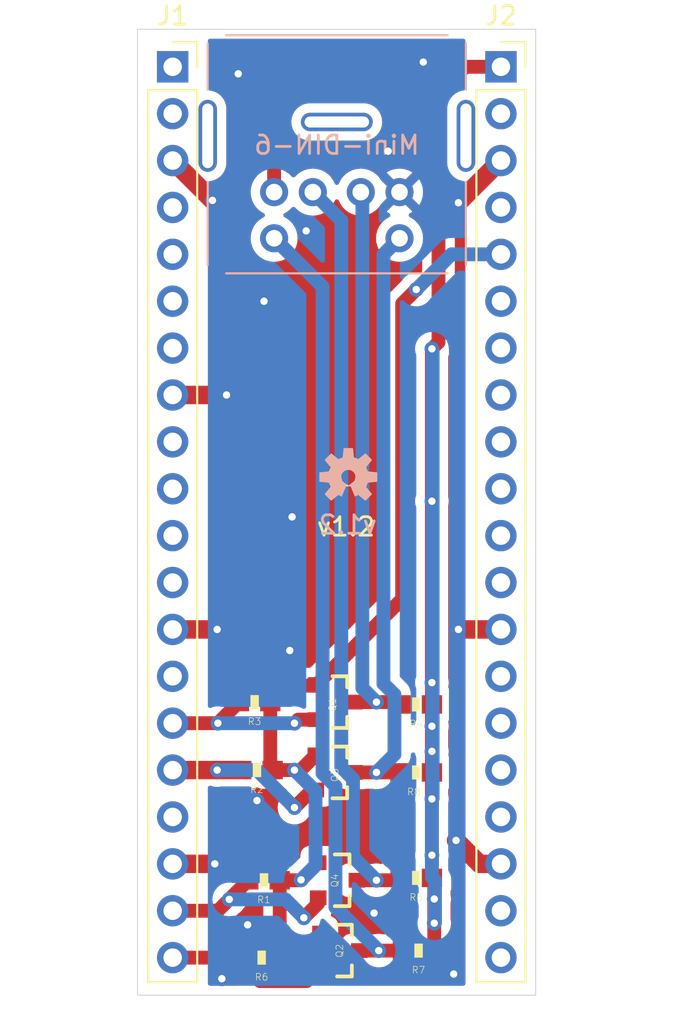
<source format=kicad_pcb>
(kicad_pcb (version 20211014) (generator pcbnew)
  (layers (0 "F.Cu" signal) (31 "B.Cu" signal) (34 "B.Paste" user) (35 "F.Paste" user) (36 "B.SilkS" user "B.Silkscreen") (37 "F.SilkS" user "F.Silkscreen") (38 "B.Mask" user) (39 "F.Mask" user) (44 "Edge.Cuts" user))
  (net 0 "")
  (net 1 "/LV4")
  (net 2 "/LV3")
  (net 3 "/GND")
  (net 4 "LV")
  (net 5 "/LV2")
  (net 6 "/LV1")
  (net 7 "/HV1")
  (net 8 "/HV2")
  (net 9 "/HV3")
  (net 10 "/HV4")
  (net 37 "HV")
  (footprint "Connector_PinSocket_2.54mm:PinSocket_1x20_P2.54mm_Vertical" (layer "F.Cu") (at 99.949 80.01)
    (fp_text reference "J1" (at 0 -2.77) (layer "F.SilkS"))
    (fp_text value "Conn_01x20_Female_left")
    (fp_line (start 1.33 1.27) (end 1.33 49.59) (layer "F.SilkS") (width 0.12))
    (fp_line (start 1.33 -1.33) (end 1.33 0) (layer "F.SilkS") (width 0.12))
    (fp_line (start -1.33 1.27) (end 1.33 1.27) (layer "F.SilkS") (width 0.12))
    (fp_line (start -1.33 49.59) (end 1.33 49.59) (layer "F.SilkS") (width 0.12))
    (fp_line (start 0 -1.33) (end 1.33 -1.33) (layer "F.SilkS") (width 0.12))
    (fp_line (start -1.33 1.27) (end -1.33 49.59) (layer "F.SilkS") (width 0.12))
    (pad "1" thru_hole rect (at 0 0) (size 1.7 1.7) (drill 1) (layers *.Cu *.Mask))
    (pad "2" thru_hole oval (at 0 2.54) (size 1.7 1.7) (drill 1) (layers *.Cu *.Mask))
    (pad "3" thru_hole oval (at 0 5.08) (size 1.7 1.7) (drill 1) (layers *.Cu *.Mask) (net 3 "/GND"))
    (pad "4" thru_hole oval (at 0 7.62) (size 1.7 1.7) (drill 1) (layers *.Cu *.Mask))
    (pad "5" thru_hole oval (at 0 10.16) (size 1.7 1.7) (drill 1) (layers *.Cu *.Mask))
    (pad "6" thru_hole oval (at 0 12.7) (size 1.7 1.7) (drill 1) (layers *.Cu *.Mask))
    (pad "7" thru_hole oval (at 0 15.24) (size 1.7 1.7) (drill 1) (layers *.Cu *.Mask))
    (pad "8" thru_hole oval (at 0 17.78) (size 1.7 1.7) (drill 1) (layers *.Cu *.Mask) (net 3 "/GND"))
    (pad "9" thru_hole oval (at 0 20.32) (size 1.7 1.7) (drill 1) (layers *.Cu *.Mask))
    (pad "10" thru_hole oval (at 0 22.86) (size 1.7 1.7) (drill 1) (layers *.Cu *.Mask))
    (pad "11" thru_hole oval (at 0 25.4) (size 1.7 1.7) (drill 1) (layers *.Cu *.Mask))
    (pad "12" thru_hole oval (at 0 27.94) (size 1.7 1.7) (drill 1) (layers *.Cu *.Mask))
    (pad "13" thru_hole oval (at 0 30.48) (size 1.7 1.7) (drill 1) (layers *.Cu *.Mask) (net 3 "/GND"))
    (pad "14" thru_hole oval (at 0 33.02) (size 1.7 1.7) (drill 1) (layers *.Cu *.Mask))
    (pad "15" thru_hole oval (at 0 35.56) (size 1.7 1.7) (drill 1) (layers *.Cu *.Mask) (net 6 "/LV1"))
    (pad "16" thru_hole oval (at 0 38.1) (size 1.7 1.7) (drill 1) (layers *.Cu *.Mask) (net 5 "/LV2"))
    (pad "17" thru_hole oval (at 0 40.64) (size 1.7 1.7) (drill 1) (layers *.Cu *.Mask))
    (pad "18" thru_hole oval (at 0 43.18) (size 1.7 1.7) (drill 1) (layers *.Cu *.Mask) (net 3 "/GND"))
    (pad "19" thru_hole oval (at 0 45.72) (size 1.7 1.7) (drill 1) (layers *.Cu *.Mask) (net 2 "/LV3"))
    (pad "20" thru_hole oval (at 0 48.26) (size 1.7 1.7) (drill 1) (layers *.Cu *.Mask) (net 1 "/LV4"))
  )
  (footprint "Logic_Level_Bidirectional:0603-RES" (layer "F.Cu") (at 113.284 127.889 180)
    (fp_text reference "R7" (at -0.381 -1.27) (layer "F.SilkS") (effects (font (size 0.373888 0.373888) (thickness 0.032512)) (justify right bottom)))
    (fp_text value "10K")
    (fp_poly (pts (xy -0.2286 0.381) (xy 0.2286 0.381) (xy 0.2286 -0.381) (xy -0.2286 -0.381)) (layer "F.SilkS") (width 0) (fill solid))
    (pad "1" smd rect (at -0.85 0 180) (size 1.1 1) (layers "F.Cu" "F.Paste" "F.Mask") (net 37 "HV"))
    (pad "2" smd rect (at 0.85 0 180) (size 1.1 1) (layers "F.Cu" "F.Paste" "F.Mask") (net 10 "/HV4"))
  )
  (footprint "Logic_Level_Bidirectional:0603-RES" (layer "F.Cu") (at 104.775 128.27 180)
    (fp_text reference "R6" (at -0.381 -1.27) (layer "F.SilkS") (effects (font (size 0.373888 0.373888) (thickness 0.032512)) (justify right bottom)))
    (fp_text value "10K")
    (fp_poly (pts (xy -0.2286 0.381) (xy 0.2286 0.381) (xy 0.2286 -0.381) (xy -0.2286 -0.381)) (layer "F.SilkS") (width 0) (fill solid))
    (pad "1" smd rect (at -0.85 0 180) (size 1.1 1) (layers "F.Cu" "F.Paste" "F.Mask") (net 4 "LV"))
    (pad "2" smd rect (at 0.85 0 180) (size 1.1 1) (layers "F.Cu" "F.Paste" "F.Mask") (net 1 "/LV4"))
  )
  (footprint "Logic_Level_Bidirectional:0603-RES" (layer "F.Cu") (at 104.902 124.079 180)
    (fp_text reference "R1" (at -0.381 -1.27) (layer "F.SilkS") (effects (font (size 0.373888 0.373888) (thickness 0.032512)) (justify right bottom)))
    (fp_text value "10K")
    (fp_poly (pts (xy -0.2286 0.381) (xy 0.2286 0.381) (xy 0.2286 -0.381) (xy -0.2286 -0.381)) (layer "F.SilkS") (width 0) (fill solid))
    (pad "1" smd rect (at -0.85 0 180) (size 1.1 1) (layers "F.Cu" "F.Paste" "F.Mask") (net 4 "LV"))
    (pad "2" smd rect (at 0.85 0 180) (size 1.1 1) (layers "F.Cu" "F.Paste" "F.Mask") (net 2 "/LV3"))
  )
  (footprint "Logic_Level_Bidirectional:SOT23-3" (layer "F.Cu") (at 108.839 124.079 -90)
    (fp_text reference "Q4" (at -0.381 -0.127 90) (layer "F.SilkS") (effects (font (size 0.373888 0.373888) (thickness 0.032512)) (justify right bottom)))
    (fp_text value "BSS138")
    (fp_line (start 1.4 -0.7) (end 1.4 0.1) (layer "F.SilkS") (width 0.2032))
    (fp_line (start 0.8 -0.7) (end 1.4 -0.7) (layer "F.SilkS") (width 0.2032))
    (fp_line (start -1.4 -0.7) (end -1.4 0.1) (layer "F.SilkS") (width 0.2032))
    (fp_line (start -0.8 -0.7) (end -1.4 -0.7) (layer "F.SilkS") (width 0.2032))
    (pad "1" smd rect (at -0.95 1 270) (size 0.8 0.9) (layers "F.Cu" "F.Paste" "F.Mask") (net 4 "LV"))
    (pad "2" smd rect (at 0.95 1 270) (size 0.8 0.9) (layers "F.Cu" "F.Paste" "F.Mask") (net 2 "/LV3"))
    (pad "3" smd rect (at 0 -1.1 270) (size 0.8 0.9) (layers "F.Cu" "F.Paste" "F.Mask") (net 9 "/HV3"))
  )
  (footprint "Logic_Level_Bidirectional:SOT23-3" (layer "F.Cu") (at 108.712 114.427 -90)
    (fp_text reference "Q1" (at -0.254 -0.127 90) (layer "F.SilkS") (effects (font (size 0.373888 0.373888) (thickness 0.032512)) (justify right bottom)))
    (fp_text value "BSS138")
    (fp_line (start -1.4 -0.7) (end -1.4 0.1) (layer "F.SilkS") (width 0.2032))
    (fp_line (start 1.4 -0.7) (end 1.4 0.1) (layer "F.SilkS") (width 0.2032))
    (fp_line (start -0.8 -0.7) (end -1.4 -0.7) (layer "F.SilkS") (width 0.2032))
    (fp_line (start 0.8 -0.7) (end 1.4 -0.7) (layer "F.SilkS") (width 0.2032))
    (pad "1" smd rect (at -0.95 1 270) (size 0.8 0.9) (layers "F.Cu" "F.Paste" "F.Mask") (net 4 "LV"))
    (pad "2" smd rect (at 0.95 1 270) (size 0.8 0.9) (layers "F.Cu" "F.Paste" "F.Mask") (net 6 "/LV1"))
    (pad "3" smd rect (at 0 -1.1 270) (size 0.8 0.9) (layers "F.Cu" "F.Paste" "F.Mask") (net 7 "/HV1"))
  )
  (footprint "Logic_Level_Bidirectional:SOT23-3" (layer "F.Cu") (at 108.712 118.237 -90)
    (fp_text reference "Q3" (at -0.254 -0.254 90) (layer "F.SilkS") (effects (font (size 0.373888 0.373888) (thickness 0.032512)) (justify right bottom)))
    (fp_text value "BSS138")
    (fp_line (start -0.8 -0.7) (end -1.4 -0.7) (layer "F.SilkS") (width 0.2032))
    (fp_line (start 1.4 -0.7) (end 1.4 0.1) (layer "F.SilkS") (width 0.2032))
    (fp_line (start -1.4 -0.7) (end -1.4 0.1) (layer "F.SilkS") (width 0.2032))
    (fp_line (start 0.8 -0.7) (end 1.4 -0.7) (layer "F.SilkS") (width 0.2032))
    (pad "1" smd rect (at -0.95 1 270) (size 0.8 0.9) (layers "F.Cu" "F.Paste" "F.Mask") (net 4 "LV"))
    (pad "2" smd rect (at 0.95 1 270) (size 0.8 0.9) (layers "F.Cu" "F.Paste" "F.Mask") (net 5 "/LV2"))
    (pad "3" smd rect (at 0 -1.1 270) (size 0.8 0.9) (layers "F.Cu" "F.Paste" "F.Mask") (net 8 "/HV2"))
  )
  (footprint "Logic_Level_Bidirectional:0603-RES" (layer "F.Cu") (at 113.157 114.554 180)
    (fp_text reference "R4" (at -0.381 -1.27) (layer "F.SilkS") (effects (font (size 0.373888 0.373888) (thickness 0.032512)) (justify right bottom)))
    (fp_text value "10K")
    (fp_poly (pts (xy -0.2286 0.381) (xy 0.2286 0.381) (xy 0.2286 -0.381) (xy -0.2286 -0.381)) (layer "F.SilkS") (width 0) (fill solid))
    (pad "1" smd rect (at -0.85 0 180) (size 1.1 1) (layers "F.Cu" "F.Paste" "F.Mask") (net 37 "HV"))
    (pad "2" smd rect (at 0.85 0 180) (size 1.1 1) (layers "F.Cu" "F.Paste" "F.Mask") (net 7 "/HV1"))
  )
  (footprint "Logic_Level_Bidirectional:OSHW-LOGO-S" (layer "F.Cu") (at 109.474 102.235)
    (fp_text reference "LOGO2" hide)
    (fp_text value "OSHW-LOGOS")
    (fp_poly (pts (xy 0.301647 -1.061351) (xy 0.42347 -1.022344) (xy 0.537177 -0.963769) (xy 0.92862 -1.282946) (xy 1.282946 -0.92862) (xy 0.961035 -0.533823) (xy 1.057046 -0.302084) (xy 1.5638 -0.250561) (xy 1.5638 0.250561) (xy 1.057046 0.302084) (xy 0.961035 0.533823) (xy 1.282946 0.92862) (xy 0.92862 1.282946) (xy 0.537177 0.96377) (xy 0.356601 1.056794) (xy 0.088679 0.410073) (xy 0.326262 0.2176) (xy 0.373649 0.121468) (xy 0.392729 0.010339) (xy 0.379464 -0.101634) (xy 0.334947 -0.205229) (xy 0.262842 -0.291918) (xy 0.169087 -0.354561) (xy 0.061406 -0.387999) (xy -0.051342 -0.38948) (xy -0.159868 -0.358881) (xy -0.255234 -0.298724) (xy -0.329589 -0.213962) (xy -0.376813 -0.111569) (xy -0.392176 -0.005767) (xy -0.322923 0.222565) (xy -0.249312 0.303773) (xy 0.091677 0.5081) (xy -0.12929 0.5081) (xy -0.355332 1.053732) (xy -0.506597 0.983577) (xy -0.538922 0.965192) (xy -0.92862 1.282946) (xy -1.282946 0.92862) (xy -0.961035 0.533823) (xy -1.057046 0.302084) (xy -1.5638 0.250561) (xy -1.5638 -0.250561) (xy -1.057046 -0.302084) (xy -0.961035 -0.533823) (xy -1.282946 -0.92862) (xy -0.92862 -1.282946) (xy -0.533823 -0.961035) (xy -0.302084 -1.057046) (xy -0.250561 -1.5638) (xy 0.250561 -1.5638)) (layer "F.SilkS") (width 0) (fill solid))
  )
  (footprint "Logic_Level_Bidirectional:0603-RES" (layer "F.Cu") (at 104.521 118.11 180)
    (fp_text reference "R2" (at -0.381 -1.27) (layer "F.SilkS") (effects (font (size 0.373888 0.373888) (thickness 0.032512)) (justify right bottom)))
    (fp_text value "10K")
    (fp_poly (pts (xy -0.2286 0.381) (xy 0.2286 0.381) (xy 0.2286 -0.381) (xy -0.2286 -0.381)) (layer "F.SilkS") (width 0) (fill solid))
    (pad "1" smd rect (at -0.85 0 180) (size 1.1 1) (layers "F.Cu" "F.Paste" "F.Mask") (net 4 "LV"))
    (pad "2" smd rect (at 0.85 0 180) (size 1.1 1) (layers "F.Cu" "F.Paste" "F.Mask") (net 5 "/LV2"))
  )
  (footprint "Logic_Level_Bidirectional:SOT23-3" (layer "F.Cu") (at 108.966 127.889 -90)
    (fp_text reference "Q2" (at -0.381 -0.254 90) (layer "F.SilkS") (effects (font (size 0.373888 0.373888) (thickness 0.032512)) (justify right bottom)))
    (fp_text value "BSS138")
    (fp_line (start -1.4 -0.7) (end -1.4 0.1) (layer "F.SilkS") (width 0.2032))
    (fp_line (start 0.8 -0.7) (end 1.4 -0.7) (layer "F.SilkS") (width 0.2032))
    (fp_line (start -0.8 -0.7) (end -1.4 -0.7) (layer "F.SilkS") (width 0.2032))
    (fp_line (start 1.4 -0.7) (end 1.4 0.1) (layer "F.SilkS") (width 0.2032))
    (pad "1" smd rect (at -0.95 1 270) (size 0.8 0.9) (layers "F.Cu" "F.Paste" "F.Mask") (net 4 "LV"))
    (pad "2" smd rect (at 0.95 1 270) (size 0.8 0.9) (layers "F.Cu" "F.Paste" "F.Mask") (net 1 "/LV4"))
    (pad "3" smd rect (at 0 -1.1 270) (size 0.8 0.9) (layers "F.Cu" "F.Paste" "F.Mask") (net 10 "/HV4"))
  )
  (footprint "Connector_PinSocket_2.54mm:PinSocket_1x20_P2.54mm_Vertical" (layer "F.Cu") (at 117.75 80.01)
    (fp_text reference "J2" (at 0 -2.77) (layer "F.SilkS"))
    (fp_text value "Conn_01x20_Female_right")
    (fp_line (start -1.33 49.59) (end 1.33 49.59) (layer "F.SilkS") (width 0.12))
    (fp_line (start 0 -1.33) (end 1.33 -1.33) (layer "F.SilkS") (width 0.12))
    (fp_line (start 1.33 1.27) (end 1.33 49.59) (layer "F.SilkS") (width 0.12))
    (fp_line (start -1.33 1.27) (end 1.33 1.27) (layer "F.SilkS") (width 0.12))
    (fp_line (start 1.33 -1.33) (end 1.33 0) (layer "F.SilkS") (width 0.12))
    (fp_line (start -1.33 1.27) (end -1.33 49.59) (layer "F.SilkS") (width 0.12))
    (pad "21" thru_hole oval (at 0 48.26) (size 1.7 1.7) (drill 1) (layers *.Cu *.Mask))
    (pad "22" thru_hole oval (at 0 45.72) (size 1.7 1.7) (drill 1) (layers *.Cu *.Mask))
    (pad "23" thru_hole oval (at 0 43.18) (size 1.7 1.7) (drill 1) (layers *.Cu *.Mask) (net 3 "/GND"))
    (pad "24" thru_hole oval (at 0 40.64) (size 1.7 1.7) (drill 1) (layers *.Cu *.Mask))
    (pad "25" thru_hole oval (at 0 38.1) (size 1.7 1.7) (drill 1) (layers *.Cu *.Mask))
    (pad "26" thru_hole oval (at 0 35.56) (size 1.7 1.7) (drill 1) (layers *.Cu *.Mask))
    (pad "27" thru_hole oval (at 0 33.02) (size 1.7 1.7) (drill 1) (layers *.Cu *.Mask))
    (pad "28" thru_hole oval (at 0 30.48) (size 1.7 1.7) (drill 1) (layers *.Cu *.Mask) (net 3 "/GND"))
    (pad "29" thru_hole oval (at 0 27.94) (size 1.7 1.7) (drill 1) (layers *.Cu *.Mask))
    (pad "30" thru_hole oval (at 0 25.4) (size 1.7 1.7) (drill 1) (layers *.Cu *.Mask))
    (pad "31" thru_hole oval (at 0 22.86) (size 1.7 1.7) (drill 1) (layers *.Cu *.Mask))
    (pad "32" thru_hole oval (at 0 20.32) (size 1.7 1.7) (drill 1) (layers *.Cu *.Mask))
    (pad "33" thru_hole oval (at 0 17.78) (size 1.7 1.7) (drill 1) (layers *.Cu *.Mask))
    (pad "34" thru_hole oval (at 0 15.24) (size 1.7 1.7) (drill 1) (layers *.Cu *.Mask))
    (pad "35" thru_hole oval (at 0 12.7) (size 1.7 1.7) (drill 1) (layers *.Cu *.Mask))
    (pad "36" thru_hole oval (at 0 10.16) (size 1.7 1.7) (drill 1) (layers *.Cu *.Mask) (net 4 "LV"))
    (pad "37" thru_hole oval (at 0 7.62) (size 1.7 1.7) (drill 1) (layers *.Cu *.Mask))
    (pad "38" thru_hole oval (at 0 5.08) (size 1.7 1.7) (drill 1) (layers *.Cu *.Mask) (net 3 "/GND"))
    (pad "39" thru_hole oval (at 0 2.54) (size 1.7 1.7) (drill 1) (layers *.Cu *.Mask))
    (pad "40" thru_hole rect (at 0 0) (size 1.7 1.7) (drill 1) (layers *.Cu *.Mask) (net 37 "HV"))
  )
  (footprint "Logic_Level_Bidirectional:0603-RES" (layer "F.Cu") (at 113.157 123.952 180)
    (fp_text reference "R5" (at -0.381 -1.27) (layer "F.SilkS") (effects (font (size 0.373888 0.373888) (thickness 0.032512)) (justify right bottom)))
    (fp_text value "10K")
    (fp_poly (pts (xy -0.2286 0.381) (xy 0.2286 0.381) (xy 0.2286 -0.381) (xy -0.2286 -0.381)) (layer "F.SilkS") (width 0) (fill solid))
    (pad "1" smd rect (at -0.85 0 180) (size 1.1 1) (layers "F.Cu" "F.Paste" "F.Mask") (net 37 "HV"))
    (pad "2" smd rect (at 0.85 0 180) (size 1.1 1) (layers "F.Cu" "F.Paste" "F.Mask") (net 9 "/HV3"))
  )
  (footprint "Logic_Level_Bidirectional:0603-RES" (layer "F.Cu") (at 104.394 114.427 180)
    (fp_text reference "R3" (at -0.381 -1.27) (layer "F.SilkS") (effects (font (size 0.373888 0.373888) (thickness 0.032512)) (justify right bottom)))
    (fp_text value "10K")
    (fp_poly (pts (xy -0.2286 0.381) (xy 0.2286 0.381) (xy 0.2286 -0.381) (xy -0.2286 -0.381)) (layer "F.SilkS") (width 0) (fill solid))
    (pad "1" smd rect (at -0.85 0 180) (size 1.1 1) (layers "F.Cu" "F.Paste" "F.Mask") (net 4 "LV"))
    (pad "2" smd rect (at 0.85 0 180) (size 1.1 1) (layers "F.Cu" "F.Paste" "F.Mask") (net 6 "/LV1"))
  )
  (footprint "Logic_Level_Bidirectional:0603-RES" (layer "F.Cu") (at 113.157 118.237 180)
    (fp_text reference "R8" (at -0.254 -1.27) (layer "F.SilkS") (effects (font (size 0.373888 0.373888) (thickness 0.032512)) (justify right bottom)))
    (fp_text value "10K")
    (fp_poly (pts (xy -0.2286 0.381) (xy 0.2286 0.381) (xy 0.2286 -0.381) (xy -0.2286 -0.381)) (layer "F.SilkS") (width 0) (fill solid))
    (pad "1" smd rect (at -0.85 0 180) (size 1.1 1) (layers "F.Cu" "F.Paste" "F.Mask") (net 37 "HV"))
    (pad "2" smd rect (at 0.85 0 180) (size 1.1 1) (layers "F.Cu" "F.Paste" "F.Mask") (net 8 "/HV2"))
  )
  (footprint "Library:KMDGX-6S-BS" (layer "B.Cu") (at 108.85 84.75 180)
    (fp_text reference "Mini-DIN-6" (at 0 0.5 unlocked) (layer "B.SilkS") (effects (justify mirror)))
    (fp_text value "Kycon-KMDGX-6S-BS")
    (fp_line (start 7 -6) (end 7 -1.5) (layer "B.SilkS") (width 0.12))
    (fp_line (start -7 -6) (end -7 -1.5) (layer "B.SilkS") (width 0.12))
    (fp_line (start 7 3.5) (end 7 6) (layer "B.SilkS") (width 0.12))
    (fp_line (start -6 6.45) (end 6 6.45) (layer "B.SilkS") (width 0.12))
    (fp_line (start -6 -6.45) (end 6 -6.45) (layer "B.SilkS") (width 0.12))
    (fp_line (start -7 3.5) (end -7 6) (layer "B.SilkS") (width 0.12))
    (pad "" np_thru_hole oval (at 0 1.75 90) (size 1 3.9) (drill oval 0.6 3.5) (layers F&B.Cu *.Mask))
    (pad "" np_thru_hole oval (at -7 1 180) (size 1 3.9) (drill oval 0.6 3.5) (layers F&B.Cu *.Mask))
    (pad "" np_thru_hole oval (at 7 1 180) (size 1 3.9) (drill oval 0.6 3.5) (layers F&B.Cu *.Mask))
    (pad "1" thru_hole circle (at 1.3 -2.05 180) (size 1.524 1.524) (drill 0.9) (layers *.Cu *.Mask) (net 9 "/HV3"))
    (pad "2" thru_hole circle (at -1.3 -2.05 180) (size 1.524 1.524) (drill 0.9) (layers *.Cu *.Mask) (net 7 "/HV1"))
    (pad "3" thru_hole circle (at 3.4 -2.05 180) (size 1.524 1.524) (drill 0.9) (layers *.Cu *.Mask) (net 37 "HV"))
    (pad "4" thru_hole circle (at -3.4 -2.05 180) (size 1.524 1.524) (drill 0.9) (layers *.Cu *.Mask) (net 3 "/GND"))
    (pad "5" thru_hole circle (at 3.4 -4.55 180) (size 1.524 1.524) (drill 0.9) (layers *.Cu *.Mask) (net 10 "/HV4"))
    (pad "6" thru_hole circle (at -3.4 -4.55 180) (size 1.524 1.524) (drill 0.9) (layers *.Cu *.Mask) (net 8 "/HV2"))
  )
  (footprint "Logic_Level_Bidirectional:OSHW-LOGO-S" (layer "B.Cu") (at 109.474 102.235 180)
    (fp_text reference "LOGO1" hide)
    (fp_text value "OSHW-LOGOS")
    (fp_poly (pts (xy 0.301647 1.061351) (xy 0.42347 1.022344) (xy 0.537177 0.963769) (xy 0.92862 1.282946) (xy 1.282946 0.92862) (xy 0.961035 0.533823) (xy 1.057046 0.302084) (xy 1.5638 0.250561) (xy 1.5638 -0.250561) (xy 1.057046 -0.302084) (xy 0.961035 -0.533823) (xy 1.282946 -0.92862) (xy 0.92862 -1.282946) (xy 0.537177 -0.96377) (xy 0.356601 -1.056794) (xy 0.088679 -0.410073) (xy 0.326262 -0.2176) (xy 0.373649 -0.121468) (xy 0.392729 -0.010339) (xy 0.379464 0.101634) (xy 0.334947 0.205229) (xy 0.262842 0.291918) (xy 0.169087 0.354561) (xy 0.061406 0.387999) (xy -0.051342 0.38948) (xy -0.159868 0.358881) (xy -0.255234 0.298724) (xy -0.329589 0.213962) (xy -0.376813 0.111569) (xy -0.392176 0.005767) (xy -0.322923 -0.222565) (xy -0.249312 -0.303773) (xy 0.091677 -0.5081) (xy -0.12929 -0.5081) (xy -0.355332 -1.053732) (xy -0.506597 -0.983577) (xy -0.538922 -0.965192) (xy -0.92862 -1.282946) (xy -1.282946 -0.92862) (xy -0.961035 -0.533823) (xy -1.057046 -0.302084) (xy -1.5638 -0.250561) (xy -1.5638 0.250561) (xy -1.057046 0.302084) (xy -0.961035 0.533823) (xy -1.282946 0.92862) (xy -0.92862 1.282946) (xy -0.533823 0.961035) (xy -0.302084 1.057046) (xy -0.250561 1.5638) (xy 0.250561 1.5638)) (layer "B.SilkS") (width 0) (fill solid))
  )
  (gr_rect (start 119.634 77.978) (end 98.044 130.302) (layer "Edge.Cuts") (width 0.05) (fill none))
  (gr_text "v1.2" (at 109.4486 104.8258) (layer "B.SilkS") (effects (font (size 1 1)) (justify mirror)))
  (gr_text "v1.2" (at 109.347 104.9274) (layer "F.SilkS") (effects (font (size 1 1))))
  (segment (start 107.215 129.54) (end 107.6568 129.0982) (width 0.75) (layer "F.Cu") (net 1))
  (segment (start 104.6886 129.54) (end 107.215 129.54) (width 0.75) (layer "F.Cu") (net 1))
  (segment (start 99.949 128.27) (end 103.925 128.27) (width 0.75) (layer "F.Cu") (net 1))
  (segment (start 103.925 128.27) (end 103.925 128.7764) (width 0.75) (layer "F.Cu") (net 1))
  (segment (start 103.925 128.7764) (end 104.6886 129.54) (width 0.75) (layer "F.Cu") (net 1))
  (segment (start 107.966 128.839) (end 107.916 128.839) (width 0.25) (layer "F.Cu") (net 1))
  (segment (start 107.916 128.839) (end 107.6568 129.0982) (width 0.25) (layer "F.Cu") (net 1))
  (segment (start 104.052 124.079) (end 103.0165 125.1145) (width 0.75) (layer "F.Cu") (net 2))
  (segment (start 107.839 125.029) (end 107.839 125.333) (width 0.25) (layer "F.Cu") (net 2))
  (segment (start 103.0165 125.1145) (end 102.401 125.73) (width 0.75) (layer "F.Cu") (net 2))
  (segment (start 102.401 125.73) (end 99.949 125.73) (width 0.75) (layer "F.Cu") (net 2))
  (segment (start 107.839 125.333) (end 107.061 126.111) (width 0.75) (layer "F.Cu") (net 2))
  (via (at 103.0165 125.1145) (size 0.8) (drill 0.4) (layers "F.Cu" "B.Cu") (net 2))
  (via (at 107.061 126.111) (size 0.8) (drill 0.4) (layers "F.Cu" "B.Cu") (net 2))
  (segment (start 106.0645 125.1145) (end 107.061 126.111) (width 0.75) (layer "B.Cu") (net 2))
  (segment (start 103.0165 125.1145) (end 106.0645 125.1145) (width 0.75) (layer "B.Cu") (net 2))
  (segment (start 99.949 123.19) (end 102.235 123.19) (width 1) (layer "F.Cu") (net 3))
  (segment (start 99.949 110.49) (end 102.362 110.49) (width 1) (layer "F.Cu") (net 3))
  (segment (start 117.729 85.09) (end 115.443 87.376) (width 1) (layer "F.Cu") (net 3))
  (segment (start 116.586 123.19) (end 115.316 121.92) (width 1) (layer "F.Cu") (net 3))
  (segment (start 117.729 110.49) (end 115.443 110.49) (width 1) (layer "F.Cu") (net 3))
  (segment (start 99.949 85.09) (end 102.108 87.249) (width 1) (layer "F.Cu") (net 3))
  (segment (start 117.729 123.19) (end 116.586 123.19) (width 1) (layer "F.Cu") (net 3))
  (segment (start 99.949 97.79) (end 102.87 97.79) (width 1) (layer "F.Cu") (net 3))
  (via (at 115.316 121.92) (size 0.8) (drill 0.4) (layers "F.Cu" "B.Cu") (net 3))
  (via (at 115.189 129.159) (size 0.8) (drill 0.4) (layers "F.Cu" "B.Cu") (net 3))
  (via (at 107.188 88.9) (size 0.8) (drill 0.4) (layers "F.Cu" "B.Cu") (net 3))
  (via (at 111.633 84.582) (size 0.8) (drill 0.4) (layers "F.Cu" "B.Cu") (net 3))
  (via (at 102.108 87.249) (size 0.8) (drill 0.4) (layers "F.Cu" "B.Cu") (net 3))
  (via (at 115.443 110.49) (size 0.8) (drill 0.4) (layers "F.Cu" "B.Cu") (net 3))
  (via (at 110.871 125.857) (size 0.8) (drill 0.4) (layers "F.Cu" "B.Cu") (net 3))
  (via (at 115.443 87.376) (size 0.8) (drill 0.4) (layers "F.Cu" "B.Cu") (net 3))
  (via (at 102.616 129.413) (size 0.8) (drill 0.4) (layers "F.Cu" "B.Cu") (net 3))
  (via (at 102.235 123.19) (size 0.8) (drill 0.4) (layers "F.Cu" "B.Cu") (net 3))
  (via (at 102.87 97.79) (size 0.8) (drill 0.4) (layers "F.Cu" "B.Cu") (net 3))
  (via (at 102.362 110.49) (size 0.8) (drill 0.4) (layers "F.Cu" "B.Cu") (net 3))
  (via (at 106.426 104.394) (size 0.8) (drill 0.4) (layers "F.Cu" "B.Cu") (net 3))
  (via (at 106.299 111.633) (size 0.8) (drill 0.4) (layers "F.Cu" "B.Cu") (net 3))
  (via (at 104.902 92.71) (size 0.8) (drill 0.4) (layers "F.Cu" "B.Cu") (net 3))
  (via (at 113.538 79.756) (size 0.8) (drill 0.4) (layers "F.Cu" "B.Cu") (net 3))
  (via (at 103.505 80.391) (size 0.8) (drill 0.4) (layers "F.Cu" "B.Cu") (net 3))
  (via (at 104.521 119.761) (size 0.8) (drill 0.4) (layers "F.Cu" "B.Cu") (net 3))
  (via (at 104.013 126.492) (size 0.8) (drill 0.4) (layers "F.Cu" "B.Cu") (net 3))
  (segment (start 112.395 108.839) (end 107.757 113.477) (width 0.75) (layer "F.Cu") (net 4))
  (segment (start 105.244 114.427) (end 105.244 117.983) (width 0.75) (layer "F.Cu") (net 4))
  (segment (start 105.752 124.079) (end 106.889 124.079) (width 0.75) (layer "F.Cu") (net 4))
  (segment (start 107.651 113.538) (end 107.712 113.477) (width 0.75) (layer "F.Cu") (net 4))
  (segment (start 112.395 92.837) (end 112.395 108.839) (width 0.75) (layer "F.Cu") (net 4))
  (segment (start 106.133 113.538) (end 107.651 113.538) (width 0.75) (layer "F.Cu") (net 4))
  (segment (start 105.752 128.143) (end 105.625 128.27) (width 0.25) (layer "F.Cu") (net 4))
  (segment (start 113.157 92.075) (end 112.395 92.837) (width 0.75) (layer "F.Cu") (net 4))
  (segment (start 105.371 118.11) (end 106.553 118.11) (width 0.75) (layer "F.Cu") (net 4))
  (segment (start 106.553 118.11) (end 106.889 118.11) (width 0.25) (layer "F.Cu") (net 4))
  (segment (start 106.889 124.079) (end 106.9115 124.0565) (width 0.25) (layer "F.Cu") (net 4))
  (segment (start 105.244 117.983) (end 105.371 118.11) (width 0.25) (layer "F.Cu") (net 4))
  (segment (start 106.635 128.27) (end 107.966 126.939) (width 0.75) (layer "F.Cu") (net 4))
  (segment (start 105.625 128.27) (end 106.635 128.27) (width 0.75) (layer "F.Cu") (net 4))
  (segment (start 106.9115 124.0565) (end 107.839 123.129) (width 0.75) (layer "F.Cu") (net 4))
  (segment (start 107.757 113.477) (end 107.712 113.477) (width 0.75) (layer "F.Cu") (net 4))
  (segment (start 106.889 118.11) (end 107.712 117.287) (width 0.75) (layer "F.Cu") (net 4))
  (segment (start 105.244 114.427) (end 106.133 113.538) (width 0.75) (layer "F.Cu") (net 4))
  (segment (start 105.752 124.079) (end 105.752 128.143) (width 0.75) (layer "F.Cu") (net 4))
  (via (at 106.553 118.11) (size 0.8) (drill 0.4) (layers "F.Cu" "B.Cu") (net 4))
  (via (at 113.157 92.075) (size 0.8) (drill 0.4) (layers "F.Cu" "B.Cu") (net 4))
  (via (at 106.9115 124.0565) (size 0.8) (drill 0.4) (layers "F.Cu" "B.Cu") (net 4))
  (segment (start 115.062 90.17) (end 117.729 90.17) (width 0.75) (layer "B.Cu") (net 4))
  (segment (start 106.553 118.11) (end 107.696 119.253) (width 0.75) (layer "B.Cu") (net 4))
  (segment (start 107.696 123.272) (end 106.9115 124.0565) (width 0.75) (layer "B.Cu") (net 4))
  (segment (start 107.696 121.539) (end 107.696 123.272) (width 0.75) (layer "B.Cu") (net 4))
  (segment (start 107.696 119.253) (end 107.696 121.539) (width 0.75) (layer "B.Cu") (net 4))
  (segment (start 113.157 92.075) (end 115.062 90.17) (width 0.75) (layer "B.Cu") (net 4))
  (segment (start 103.671 118.11) (end 102.362 118.11) (width 1) (layer "F.Cu") (net 5))
  (segment (start 107.712 119.187) (end 107.508 119.187) (width 0.25) (layer "F.Cu") (net 5))
  (segment (start 107.508 119.187) (end 106.553 120.142) (width 0.75) (layer "F.Cu") (net 5))
  (segment (start 102.362 118.11) (end 99.949 118.11) (width 1) (layer "F.Cu") (net 5))
  (via (at 106.553 120.142) (size 0.8) (drill 0.4) (layers "F.Cu" "B.Cu") (net 5))
  (via (at 102.362 118.11) (size 0.8) (drill 0.4) (layers "F.Cu" "B.Cu") (net 5))
  (segment (start 102.362 118.11) (end 104.521 118.11) (width 0.75) (layer "B.Cu") (net 5))
  (segment (start 104.521 118.11) (end 106.553 120.142) (width 0.75) (layer "B.Cu") (net 5))
  (segment (start 106.553 115.57) (end 106.746 115.377) (width 0.25) (layer "F.Cu") (net 6))
  (segment (start 103.544 114.427) (end 102.401 115.57) (width 0.75) (layer "F.Cu") (net 6))
  (segment (start 106.746 115.377) (end 107.712 115.377) (width 0.75) (layer "F.Cu") (net 6))
  (segment (start 102.401 115.57) (end 99.949 115.57) (width 0.75) (layer "F.Cu") (net 6))
  (via (at 106.553 115.57) (size 0.8) (drill 0.4) (layers "F.Cu" "B.Cu") (net 6))
  (via (at 102.401 115.57) (size 0.8) (drill 0.4) (layers "F.Cu" "B.Cu") (net 6))
  (segment (start 106.553 115.57) (end 102.401 115.57) (width 0.75) (layer "B.Cu") (net 6))
  (segment (start 109.812 114.427) (end 110.998 114.427) (width 0.75) (layer "F.Cu") (net 7))
  (segment (start 110.998 114.427) (end 112.053 114.427) (width 0.75) (layer "F.Cu") (net 7))
  (via (at 110.998 114.427) (size 0.8) (drill 0.4) (layers "F.Cu" "B.Cu") (net 7))
  (segment (start 110.3002 86.9502) (end 110.15 86.8) (width 0.75) (layer "B.Cu") (net 7))
  (segment (start 110.998 114.427) (end 110.236 113.665) (width 0.75) (layer "B.Cu") (net 7))
  (segment (start 110.236 113.665) (end 110.236 86.886) (width 0.75) (layer "B.Cu") (net 7))
  (segment (start 110.236 86.886) (end 110.15 86.8) (width 0.75) (layer "B.Cu") (net 7))
  (segment (start 109.812 118.237) (end 110.998 118.237) (width 0.75) (layer "F.Cu") (net 8))
  (segment (start 110.998 118.237) (end 112.053 118.237) (width 0.75) (layer "F.Cu") (net 8))
  (via (at 110.998 118.237) (size 0.8) (drill 0.4) (layers "F.Cu" "B.Cu") (net 8))
  (segment (start 111.9762 114.021816) (end 111.9762 117.2588) (width 0.75) (layer "B.Cu") (net 8))
  (segment (start 111.379 113.424616) (end 111.9762 114.021816) (width 0.75) (layer "B.Cu") (net 8))
  (segment (start 111.9762 117.2588) (end 110.998 118.237) (width 0.75) (layer "B.Cu") (net 8))
  (segment (start 112.25 89.3) (end 111.379 90.171) (width 0.75) (layer "B.Cu") (net 8))
  (segment (start 111.379 90.171) (end 111.379 113.424616) (width 0.75) (layer "B.Cu") (net 8))
  (segment (start 110.998 124.079) (end 111.926 124.079) (width 0.75) (layer "F.Cu") (net 9))
  (segment (start 109.939 124.079) (end 110.998 124.079) (width 0.75) (layer "F.Cu") (net 9))
  (segment (start 111.926 124.079) (end 112.053 124.206) (width 0.25) (layer "F.Cu") (net 9))
  (via (at 110.998 124.079) (size 0.8) (drill 0.4) (layers "F.Cu" "B.Cu") (net 9))
  (segment (start 110.998 124.079) (end 109.7294 122.8104) (width 0.75) (layer "B.Cu") (net 9))
  (segment (start 109.093 88.343) (end 107.55 86.8) (width 0.75) (layer "B.Cu") (net 9))
  (segment (start 109.7294 122.8104) (end 109.7294 118.590344) (width 0.75) (layer "B.Cu") (net 9))
  (segment (start 109.093 117.953944) (end 109.093 88.343) (width 0.75) (layer "B.Cu") (net 9))
  (segment (start 109.7294 118.590344) (end 109.093 117.953944) (width 0.75) (layer "B.Cu") (net 9))
  (segment (start 112.053 127.889) (end 112.18 128.016) (width 0.25) (layer "F.Cu") (net 10))
  (segment (start 111.125 127.889) (end 112.053 127.889) (width 0.75) (layer "F.Cu") (net 10))
  (segment (start 110.066 127.889) (end 111.125 127.889) (width 0.75) (layer "F.Cu") (net 10))
  (via (at 111.125 127.889) (size 0.8) (drill 0.4) (layers "F.Cu" "B.Cu") (net 10))
  (segment (start 111.125 127.889) (end 108.7762 125.5402) (width 0.75) (layer "B.Cu") (net 10))
  (segment (start 108.077 118.285972) (end 108.077 91.927) (width 0.75) (layer "B.Cu") (net 10))
  (segment (start 108.7762 118.985172) (end 108.077 118.285972) (width 0.75) (layer "B.Cu") (net 10))
  (segment (start 108.7762 125.5402) (end 108.7762 118.985172) (width 0.75) (layer "B.Cu") (net 10))
  (segment (start 108.077 91.927) (end 105.45 89.3) (width 0.75) (layer "B.Cu") (net 10))
  (segment (start 106.299 81.534) (end 114.3 81.534) (width 0.75) (layer "F.Cu") (net 37))
  (segment (start 114.134 126.404) (end 114.134 125.095) (width 0.75) (layer "F.Cu") (net 37))
  (segment (start 114.007 117.094) (end 114.007 115.736) (width 0.75) (layer "F.Cu") (net 37))
  (segment (start 115.824 80.01) (end 117.729 80.01) (width 0.75) (layer "F.Cu") (net 37))
  (segment (start 114.134 124.079) (end 114.007 123.952) (width 0.25) (layer "F.Cu") (net 37))
  (segment (start 105.45 82.383) (end 106.299 81.534) (width 0.75) (layer "F.Cu") (net 37))
  (segment (start 114.134 127.889) (end 114.134 126.404) (width 0.75) (layer "F.Cu") (net 37))
  (segment (start 114.134 125.095) (end 114.134 124.079) (width 0.75) (layer "F.Cu") (net 37))
  (segment (start 105.45 86.8) (end 105.45 82.383) (width 0.75) (layer "F.Cu") (net 37))
  (segment (start 114.007 122.721) (end 114.007 118.237) (width 0.75) (layer "F.Cu") (net 37))
  (segment (start 114.007 115.736) (end 114.007 114.554) (width 0.75) (layer "F.Cu") (net 37))
  (segment (start 114.3648 81.5988) (end 114.3648 94.9312) (width 0.75) (layer "F.Cu") (net 37))
  (segment (start 114.007 95.289) (end 114.007 103.544) (width 0.75) (layer "F.Cu") (net 37))
  (segment (start 114.007 103.544) (end 114.007 114.554) (width 0.75) (layer "F.Cu") (net 37))
  (segment (start 114.3 81.534) (end 115.824 80.01) (width 0.75) (layer "F.Cu") (net 37))
  (segment (start 114.3648 94.9312) (end 114.007 95.289) (width 0.75) (layer "F.Cu") (net 37))
  (segment (start 114.007 118.237) (end 114.007 117.094) (width 0.75) (layer "F.Cu") (net 37))
  (segment (start 114.007 123.952) (end 114.007 122.721) (width 0.75) (layer "F.Cu") (net 37))
  (via (at 114.007 122.721) (size 0.8) (drill 0.4) (layers "F.Cu" "B.Cu") (net 37))
  (via (at 114.007 117.094) (size 0.8) (drill 0.4) (layers "F.Cu" "B.Cu") (net 37))
  (via (at 114.007 119.673) (size 0.8) (drill 0.4) (layers "F.Cu" "B.Cu") (net 37))
  (via (at 114.007 113.372) (size 0.8) (drill 0.4) (layers "F.Cu" "B.Cu") (net 37))
  (via (at 114.007 95.289) (size 0.8) (drill 0.4) (layers "F.Cu" "B.Cu") (net 37))
  (via (at 114.007 103.544) (size 0.8) (drill 0.4) (layers "F.Cu" "B.Cu") (net 37))
  (via (at 114.007 115.736) (size 0.8) (drill 0.4) (layers "F.Cu" "B.Cu") (net 37))
  (via (at 114.134 126.404) (size 0.8) (drill 0.4) (layers "F.Cu" "B.Cu") (net 37))
  (via (at 114.134 125.095) (size 0.8) (drill 0.4) (layers "F.Cu" "B.Cu") (net 37))
  (segment (start 114.046 113.333) (end 114.007 113.372) (width 0.75) (layer "B.Cu") (net 37))
  (segment (start 114.007 119.673) (end 114.007 122.721) (width 0.75) (layer "B.Cu") (net 37))
  (segment (start 114.046 119.634) (end 114.007 119.673) (width 0.75) (layer "B.Cu") (net 37))
  (segment (start 114.046 95.377) (end 114.046 113.333) (width 0.75) (layer "B.Cu") (net 37))
  (segment (start 114.173 124.079) (end 114.173 126.365) (width 0.75) (layer "B.Cu") (net 37))
  (segment (start 114.173 126.365) (end 114.134 126.404) (width 0.75) (layer "B.Cu") (net 37))
  (segment (start 114.007 122.721) (end 114.007 123.913) (width 0.75) (layer "B.Cu") (net 37))
  (segment (start 114.007 123.913) (end 114.173 124.079) (width 0.75) (layer "B.Cu") (net 37))
  (segment (start 114.046 113.411) (end 114.046 119.634) (width 0.75) (layer "B.Cu") (net 37))
  (segment (start 114.007 113.372) (end 114.046 113.411) (width 0.75) (layer "B.Cu") (net 37))
  (zone (net 3) (net_name "/GND") (layer "F.Cu") (connect_pads (clearance 0.508)) (min_thickness 0.254) (fill yes (thermal_gap 0.508) (thermal_bridge_width 0.508))
    (polygon (pts (xy 115.824 130.048) (xy 101.854 130.048) (xy 101.854 78.74) (xy 101.854 78.232) (xy 115.824 78.232)))
  )
  (zone (net 3) (net_name "/GND") (layer "B.Cu") (connect_pads (clearance 0.508)) (min_thickness 0.254) (fill yes (thermal_gap 0.508) (thermal_bridge_width 0.508))
    (polygon (pts (xy 115.824 130.048) (xy 101.854 130.048) (xy 101.854 78.232) (xy 115.824 78.232)))
  )
)
</source>
